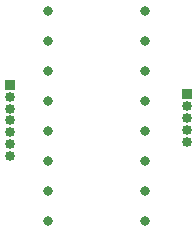
<source format=gbr>
%TF.GenerationSoftware,KiCad,Pcbnew,7.0.1*%
%TF.CreationDate,2023-04-23T12:43:51+02:00*%
%TF.ProjectId,display7segm,64697370-6c61-4793-9773-65676d2e6b69,rev?*%
%TF.SameCoordinates,Original*%
%TF.FileFunction,Soldermask,Bot*%
%TF.FilePolarity,Negative*%
%FSLAX46Y46*%
G04 Gerber Fmt 4.6, Leading zero omitted, Abs format (unit mm)*
G04 Created by KiCad (PCBNEW 7.0.1) date 2023-04-23 12:43:51*
%MOMM*%
%LPD*%
G01*
G04 APERTURE LIST*
%ADD10O,0.850000X0.850000*%
%ADD11R,0.850000X0.850000*%
%ADD12C,0.830000*%
G04 APERTURE END LIST*
D10*
%TO.C,REF\u002A\u002A*%
X43850000Y-32200000D03*
X43850000Y-31200000D03*
X43850000Y-30200000D03*
X43850000Y-29200000D03*
D11*
X43850000Y-28200000D03*
%TD*%
D12*
%TO.C,74HC595N DIP16*%
X40325000Y-21110000D03*
X40325000Y-23650000D03*
X40325000Y-26190000D03*
X40325000Y-28730000D03*
X40325000Y-31270000D03*
X40325000Y-33810000D03*
X40325000Y-36350000D03*
X40325000Y-38890000D03*
X32075000Y-21110000D03*
X32075000Y-23650000D03*
X32075000Y-26190000D03*
X32075000Y-28730000D03*
X32075000Y-31270000D03*
X32075000Y-33810000D03*
X32075000Y-36350000D03*
X32075000Y-38890000D03*
%TD*%
D11*
%TO.C,REF\u002A\u002A*%
X28850000Y-27400000D03*
D10*
X28850000Y-28400000D03*
X28850000Y-29400000D03*
X28850000Y-30400000D03*
X28850000Y-31400000D03*
X28850000Y-32400000D03*
X28850000Y-33400000D03*
%TD*%
M02*

</source>
